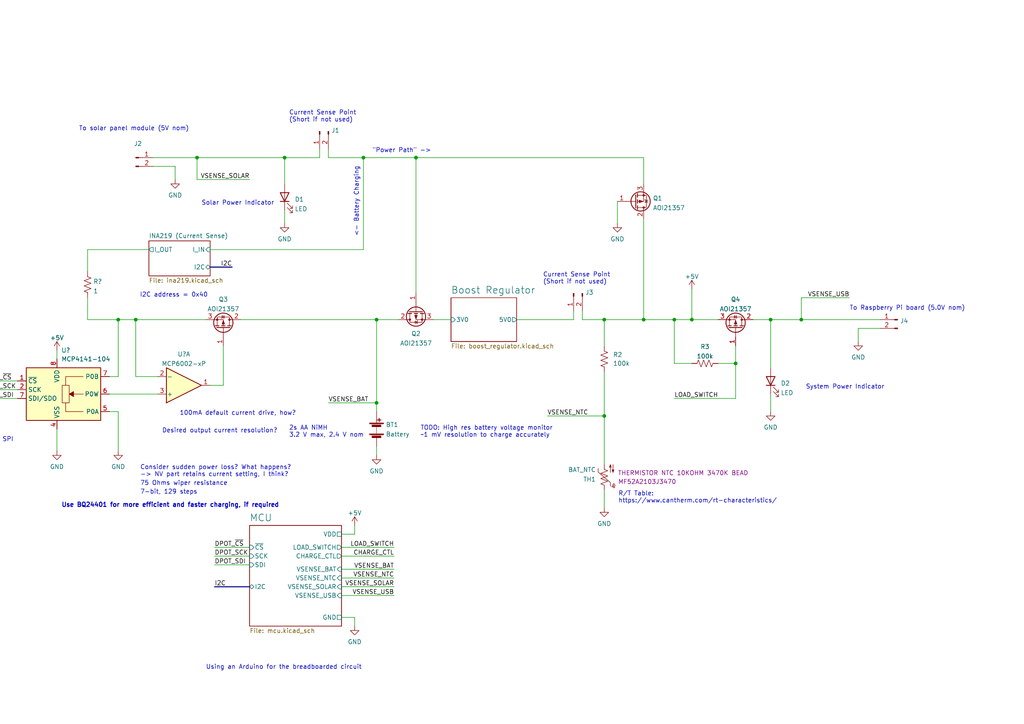
<source format=kicad_sch>
(kicad_sch (version 20211123) (generator eeschema)
  (paper "A4")
  (title_block (title "Solar Charger Breadboard") (date "2022-01-20") (rev "0.0.1") (company "Ribbit"))
  (lib_symbols
    (symbol "Amplifier_Operational:MCP6002-xP" (pin_names (offset 0.127))
      (property "Reference" "U" (at 0 5.08 0))
      (property "Value" "MCP6002-xP" (at 0 -5.08 0))
      (symbol "MCP6002-xP_1_1"
        (polyline (pts (xy -5.08 5.08) (xy 5.08 0) (xy -5.08 -5.08) (xy -5.08 5.08)) (stroke (width 0.254)) (fill (type background)))
        (pin output line (at 7.62 0 180) (length 2.54) (name "~") (number "1"))
        (pin input line (at -7.62 -2.54 0) (length 2.54) (name "-") (number "2"))
        (pin input line (at -7.62 2.54 0) (length 2.54) (name "+") (number "3"))
      )
      (symbol "MCP6002-xP_2_1"
        (polyline (pts (xy -5.08 5.08) (xy 5.08 0) (xy -5.08 -5.08) (xy -5.08 5.08)) (stroke (width 0.254)) (fill (type background)))
        (pin input line (at -7.62 2.54 0) (length 2.54) (name "+") (number "5"))
        (pin input line (at -7.62 -2.54 0) (length 2.54) (name "-") (number "6"))
        (pin output line (at 7.62 0 180) (length 2.54) (name "~") (number "7"))
      )
      (symbol "MCP6002-xP_3_1"
        (pin power_in line (at -2.54 -7.62 90) (length 3.81) (name "V-") (number "4"))
        (pin power_in line (at -2.54 7.62 270) (length 3.81) (name "V+") (number "8"))
      )
    )
    (symbol "Connector:Conn_01x02_Male" (pin_names (offset 1.016) hide)
      (property "Reference" "J" (at 0 2.54 0))
      (property "Value" "Conn_01x02_Male" (at 0 -5.08 0))
      (symbol "Conn_01x02_Male_1_1"
        (polyline (pts (xy 1.27 -2.54) (xy 0.8636 -2.54)) (stroke (width 0.1524)))
        (polyline (pts (xy 1.27 0) (xy 0.8636 0)) (stroke (width 0.1524)))
        (rectangle (start 0.8636 -2.413) (end 0 -2.667) (stroke (width 0.1524)) (fill (type outline)))
        (rectangle (start 0.8636 0.127) (end 0 -0.127) (stroke (width 0.1524)) (fill (type outline)))
        (pin passive line (at 5.08 0 180) (length 3.81) (name "Pin_1") (number "1"))
        (pin passive line (at 5.08 -2.54 180) (length 3.81) (name "Pin_2") (number "2"))
      )
    )
    (symbol "Device:Battery" (pin_numbers hide) (pin_names (offset 0) hide)
      (property "Reference" "BT" (at 2.54 2.54 0))
      (property "Value" "Battery" (at 2.54 0 0))
      (symbol "Battery_0_1"
        (rectangle (start -2.032 -1.397) (end 2.032 -1.651) (fill (type outline)))
        (rectangle (start -2.032 1.778) (end 2.032 1.524) (fill (type outline)))
        (rectangle (start -1.3208 -1.9812) (end 1.27 -2.4892) (fill (type outline)))
        (rectangle (start -1.3208 1.1938) (end 1.27 0.6858) (fill (type outline)))
        (polyline (pts (xy 0 -1.524) (xy 0 -1.27)))
        (polyline (pts (xy 0 -1.016) (xy 0 -0.762)))
        (polyline (pts (xy 0 -0.508) (xy 0 -0.254)))
        (polyline (pts (xy 0 0) (xy 0 0.254)))
        (polyline (pts (xy 0 0.508) (xy 0 0.762)))
        (polyline (pts (xy 0 1.778) (xy 0 2.54)))
        (polyline (pts (xy 0.254 2.667) (xy 1.27 2.667)) (stroke (width 0.254)))
        (polyline (pts (xy 0.762 3.175) (xy 0.762 2.159)) (stroke (width 0.254)))
      )
      (symbol "Battery_1_1"
        (pin passive line (at 0 5.08 270) (length 2.54) (name "+") (number "1"))
        (pin passive line (at 0 -5.08 90) (length 2.54) (name "-") (number "2"))
      )
    )
    (symbol "Device:LED" (pin_numbers hide) (pin_names (offset 1.016) hide)
      (property "Reference" "D" (at 0 2.54 0))
      (property "Value" "LED" (at 0 -2.54 0))
      (symbol "LED_0_1"
        (polyline (pts (xy -1.27 -1.27) (xy -1.27 1.27)) (stroke (width 0.254)))
        (polyline (pts (xy -1.27 0) (xy 1.27 0)))
        (polyline (pts (xy 1.27 -1.27) (xy 1.27 1.27) (xy -1.27 0) (xy 1.27 -1.27)) (stroke (width 0.254)))
        (polyline (pts (xy -3.048 -0.762) (xy -4.572 -2.286) (xy -3.81 -2.286) (xy -4.572 -2.286) (xy -4.572 -1.524)))
        (polyline (pts (xy -1.778 -0.762) (xy -3.302 -2.286) (xy -2.54 -2.286) (xy -3.302 -2.286) (xy -3.302 -1.524)))
      )
      (symbol "LED_1_1"
        (pin passive line (at -3.81 0 0) (length 2.54) (name "K") (number "1"))
        (pin passive line (at 3.81 0 180) (length 2.54) (name "A") (number "2"))
      )
    )
    (symbol "Device:Q_PMOS_GDS" (pin_names (offset 0) hide)
      (property "Reference" "Q" (at 5.08 1.27 0))
      (property "Value" "Q_PMOS_GDS" (at 5.08 -1.27 0))
      (symbol "Q_PMOS_GDS_0_1"
        (polyline (pts (xy 0.254 0) (xy -2.54 0)))
        (polyline (pts (xy 0.254 1.905) (xy 0.254 -1.905)) (stroke (width 0.254)))
        (polyline (pts (xy 0.762 -1.27) (xy 0.762 -2.286)) (stroke (width 0.254)))
        (polyline (pts (xy 0.762 0.508) (xy 0.762 -0.508)) (stroke (width 0.254)))
        (polyline (pts (xy 0.762 2.286) (xy 0.762 1.27)) (stroke (width 0.254)))
        (polyline (pts (xy 2.54 2.54) (xy 2.54 1.778)))
        (polyline (pts (xy 2.54 -2.54) (xy 2.54 0) (xy 0.762 0)))
        (polyline (pts (xy 0.762 1.778) (xy 3.302 1.778) (xy 3.302 -1.778) (xy 0.762 -1.778)))
        (polyline (pts (xy 2.286 0) (xy 1.27 0.381) (xy 1.27 -0.381) (xy 2.286 0)) (fill (type outline)))
        (polyline (pts (xy 2.794 -0.508) (xy 2.921 -0.381) (xy 3.683 -0.381) (xy 3.81 -0.254)))
        (polyline (pts (xy 3.302 -0.381) (xy 2.921 0.254) (xy 3.683 0.254) (xy 3.302 -0.381)))
        (circle (center 1.651 0) (radius 2.794) (stroke (width 0.254)))
        (circle (center 2.54 -1.778) (radius 0.254) (fill (type outline)))
        (circle (center 2.54 1.778) (radius 0.254) (fill (type outline)))
      )
      (symbol "Q_PMOS_GDS_1_1"
        (pin input line (at -5.08 0 0) (length 2.54) (name "G") (number "1"))
        (pin passive line (at 2.54 5.08 270) (length 2.54) (name "D") (number "2"))
        (pin passive line (at 2.54 -5.08 90) (length 2.54) (name "S") (number "3"))
      )
    )
    (symbol "Device:R_US" (pin_numbers hide) (pin_names (offset 0))
      (property "Reference" "R" (at 2.54 0 90))
      (property "Value" "R_US" (at -2.54 0 90))
      (symbol "R_US_0_1"
        (polyline (pts (xy 0 -2.286) (xy 0 -2.54)))
        (polyline (pts (xy 0 2.286) (xy 0 2.54)))
        (polyline (pts (xy 0 -0.762) (xy 1.016 -1.143) (xy 0 -1.524) (xy -1.016 -1.905) (xy 0 -2.286)))
        (polyline (pts (xy 0 0.762) (xy 1.016 0.381) (xy 0 0) (xy -1.016 -0.381) (xy 0 -0.762)))
        (polyline (pts (xy 0 2.286) (xy 1.016 1.905) (xy 0 1.524) (xy -1.016 1.143) (xy 0 0.762)))
      )
      (symbol "R_US_1_1"
        (pin passive line (at 0 3.81 270) (length 1.27) (name "~") (number "1"))
        (pin passive line (at 0 -3.81 90) (length 1.27) (name "~") (number "2"))
      )
    )
    (symbol "Device:Thermistor_NTC_US" (pin_numbers hide) (pin_names (offset 0))
      (property "Reference" "TH" (at -4.445 0 90))
      (property "Value" "Thermistor_NTC_US" (at 3.175 0 90))
      (symbol "Thermistor_NTC_US_0_1"
        (arc (start -3.048 2.159) (mid -3.0505 2.3165) (end -3.175 2.413))
        (arc (start -3.048 2.159) (mid -2.9736 1.9794) (end -2.794 1.905))
        (arc (start -3.048 2.794) (mid -2.9736 2.6144) (end -2.794 2.54))
        (arc (start -2.794 1.905) (mid -2.6144 1.9794) (end -2.54 2.159))
        (arc (start -2.794 2.54) (mid -2.434 2.5608) (end -2.159 2.794))
        (arc (start -2.794 3.048) (mid -2.9736 2.9736) (end -3.048 2.794))
        (arc (start -2.54 2.794) (mid -2.6144 2.9736) (end -2.794 3.048))
        (polyline (pts (xy -2.54 2.159) (xy -2.54 2.794)))
        (polyline (pts (xy 0 -2.286) (xy 0 -2.54)))
        (polyline (pts (xy 0 2.286) (xy 0 2.54)))
        (polyline (pts (xy -1.778 2.54) (xy -1.778 1.524) (xy 1.778 -1.524) (xy 1.778 -2.54)))
        (polyline (pts (xy 0 -0.762) (xy 1.016 -1.143) (xy 0 -1.524) (xy -1.016 -1.905) (xy 0 -2.286)))
        (polyline (pts (xy 0 0.762) (xy 1.016 0.381) (xy 0 0) (xy -1.016 -0.381) (xy 0 -0.762)))
        (polyline (pts (xy 0 2.286) (xy 1.016 1.905) (xy 0 1.524) (xy -1.016 1.143) (xy 0 0.762)))
        (polyline (pts (xy -2.54 -3.683) (xy -2.54 -1.397) (xy -2.794 -2.159) (xy -2.286 -2.159) (xy -2.54 -1.397) (xy -2.54 -1.651)) (fill (type outline)))
        (polyline (pts (xy -1.778 -1.397) (xy -1.778 -3.683) (xy -2.032 -2.921) (xy -1.524 -2.921) (xy -1.778 -3.683) (xy -1.778 -3.429)) (fill (type outline)))
      )
      (symbol "Thermistor_NTC_US_1_1"
        (pin passive line (at 0 3.81 270) (length 1.27) (name "~") (number "1"))
        (pin passive line (at 0 -3.81 90) (length 1.27) (name "~") (number "2"))
      )
    )
    (symbol "MCP4141-104_1"
      (property "Reference" "U" (at 1.27 8.89 0))
      (property "Value" "MCP4141-104_1" (at 7.62 -10.16 0))
      (symbol "MCP4141-104_1_0_1"
        (polyline (pts (xy 0 -2.54) (xy 0 -5.08) (xy 5.08 -5.08)))
        (polyline (pts (xy 0 2.54) (xy 0 5.08) (xy 5.08 5.08)))
        (polyline (pts (xy 5.08 0) (xy 3.81 0) (xy 1.27 0)))
      )
      (symbol "MCP4141-104_1_1_1"
        (rectangle (start -11.43 7.62) (end 10.16 -7.62) (stroke (width 0.254)) (fill (type background)))
        (polyline (pts (xy 2.286 -0.762) (xy 2.286 0.762) (xy 1.016 0) (xy 2.286 -0.762)) (fill (type outline)))
        (rectangle (start 1.016 -2.54) (end -1.016 2.54))
        (pin input line (at -13.97 3.81 0) (length 2.54) (name "~{CS}") (number "1"))
        (pin input line (at -13.97 1.27 0) (length 2.54) (name "SCK") (number "2"))
        (pin power_in line (at -2.54 -10.16 90) (length 2.54) (name "VSS") (number "4"))
        (pin passive line (at 12.7 -5.08 180) (length 2.54) (name "P0A") (number "5"))
        (pin passive line (at 12.7 0 180) (length 2.54) (name "P0W") (number "6"))
        (pin passive line (at 12.7 5.08 180) (length 2.54) (name "P0B") (number "7"))
        (pin bidirectional line (at -13.97 -1.27 0) (length 2.54) (name "SDI/SDO") (number "7"))
        (pin power_in line (at -2.54 10.16 270) (length 2.54) (name "VDD") (number "8"))
      )
    )
    (symbol "power:+5V_HOT" (power) (pin_names (offset 0))
      (property "Value" "+5V_HOT" (at 0 3.556 0))
      (symbol "+5V_HOT_0_1"
        (polyline (pts (xy -0.762 1.27) (xy 0 2.54)))
        (polyline (pts (xy 0 0) (xy 0 2.54)))
        (polyline (pts (xy 0 2.54) (xy 0.762 1.27)))
      )
      (symbol "+5V_HOT_1_1"
        (pin power_in line (at 0 0 90) (length 0) hide (name "+5V") (number "1"))
      )
    )
    (symbol "power:GND" (power) (pin_names (offset 0))
      (property "Value" "GND" (at 0 -3.81 0))
      (symbol "GND_0_1"
        (polyline (pts (xy 0 0) (xy 0 -1.27) (xy 1.27 -1.27) (xy 0 -2.54) (xy -1.27 -1.27) (xy 0 -1.27)))
      )
      (symbol "GND_1_1"
        (pin power_in line (at 0 0 270) (length 0) hide (name "GND") (number "1"))
      )
    )
  )
  (junction (at 232.41 92.71))
  (junction (at 175.26 120.65))
  (junction (at 200.66 92.71))
  (junction (at 34.29 92.71))
  (junction (at 175.26 92.71))
  (junction (at 57.15 45.72))
  (junction (at 82.55 45.72))
  (junction (at 105.41 45.72))
  (junction (at 195.58 92.71))
  (junction (at 186.69 92.71))
  (junction (at 39.37 92.71))
  (junction (at 120.65 45.72))
  (junction (at 213.36 105.41))
  (junction (at 109.22 116.84))
  (junction (at 223.52 92.71))
  (junction (at 109.22 92.71))
  (wire (pts (xy 99.06 161.29) (xy 114.3 161.29)))
  (wire (pts (xy 166.37 92.71) (xy 166.37 90.17)))
  (wire (pts (xy 223.52 92.71) (xy 223.52 106.68)))
  (wire (pts (xy 34.29 109.22) (xy 34.29 92.71)))
  (wire (pts (xy 109.22 129.54) (xy 109.22 132.08)))
  (wire (pts (xy 232.41 92.71) (xy 255.27 92.71)))
  (wire (pts (xy 213.36 105.41) (xy 213.36 115.57)))
  (wire (pts (xy 62.23 163.83) (xy 72.39 163.83)))
  (wire (pts (xy 125.73 92.71) (xy 130.81 92.71)))
  (wire (pts (xy 44.45 45.72) (xy 57.15 45.72)))
  (wire (pts (xy 31.75 109.22) (xy 34.29 109.22)))
  (wire (pts (xy 120.65 45.72) (xy 120.65 85.09)))
  (wire (pts (xy 186.69 45.72) (xy 186.69 53.34)))
  (wire (pts (xy 82.55 45.72) (xy 82.55 53.34)))
  (wire (pts (xy 25.4 86.36) (xy 25.4 92.71)))
  (wire (pts (xy 62.23 161.29) (xy 72.39 161.29)))
  (wire (pts (xy 175.26 142.24) (xy 175.26 147.32)))
  (wire (pts (xy 223.52 114.3) (xy 223.52 119.38)))
  (wire (pts (xy 25.4 72.39) (xy 25.4 78.74)))
  (wire (pts (xy 195.58 92.71) (xy 200.66 92.71)))
  (wire (pts (xy 64.77 100.33) (xy 64.77 111.76)))
  (wire (pts (xy 60.96 111.76) (xy 64.77 111.76)))
  (wire (pts (xy 69.85 92.71) (xy 109.22 92.71)))
  (wire (pts (xy 60.96 72.39) (xy 105.41 72.39)))
  (wire (pts (xy -5.08 113.03) (xy 5.08 113.03)))
  (wire (pts (xy 175.26 120.65) (xy 175.26 134.62)))
  (wire (pts (xy 218.44 92.71) (xy 223.52 92.71)))
  (wire (pts (xy 175.26 92.71) (xy 175.26 100.33)))
  (wire (pts (xy 44.45 48.26) (xy 50.8 48.26)))
  (wire (pts (xy 31.75 119.38) (xy 34.29 119.38)))
  (wire (pts (xy 175.26 92.71) (xy 186.69 92.71)))
  (wire (pts (xy 82.55 60.96) (xy 82.55 64.77)))
  (wire (pts (xy 232.41 86.36) (xy 232.41 92.71)))
  (wire (pts (xy 255.27 95.25) (xy 248.92 95.25)))
  (wire (pts (xy 200.66 92.71) (xy 208.28 92.71)))
  (bus (pts (xy 72.39 170.18) (xy 62.23 170.18)))
  (wire (pts (xy 95.25 45.72) (xy 105.41 45.72)))
  (wire (pts (xy 200.66 83.82) (xy 200.66 92.71)))
  (wire (pts (xy 92.71 43.18) (xy 92.71 45.72)))
  (wire (pts (xy 99.06 172.72) (xy 114.3 172.72)))
  (wire (pts (xy 45.72 109.22) (xy 39.37 109.22)))
  (wire (pts (xy 50.8 48.26) (xy 50.8 52.07)))
  (wire (pts (xy 248.92 95.25) (xy 248.92 99.06)))
  (wire (pts (xy 105.41 45.72) (xy 120.65 45.72)))
  (wire (pts (xy 109.22 92.71) (xy 109.22 116.84)))
  (wire (pts (xy 31.75 114.3) (xy 45.72 114.3)))
  (wire (pts (xy 57.15 45.72) (xy 82.55 45.72)))
  (wire (pts (xy 168.91 90.17) (xy 168.91 92.71)))
  (wire (pts (xy 16.51 124.46) (xy 16.51 130.81)))
  (wire (pts (xy 99.06 158.75) (xy 114.3 158.75)))
  (wire (pts (xy 213.36 105.41) (xy 208.28 105.41)))
  (wire (pts (xy 195.58 92.71) (xy 195.58 105.41)))
  (wire (pts (xy 232.41 86.36) (xy 246.38 86.36)))
  (wire (pts (xy 99.06 154.94) (xy 102.87 154.94)))
  (wire (pts (xy 158.75 120.65) (xy 175.26 120.65)))
  (wire (pts (xy 105.41 45.72) (xy 105.41 72.39)))
  (wire (pts (xy 34.29 119.38) (xy 34.29 130.81)))
  (wire (pts (xy 99.06 167.64) (xy 114.3 167.64)))
  (wire (pts (xy 102.87 154.94) (xy 102.87 152.4)))
  (wire (pts (xy 57.15 45.72) (xy 57.15 52.07)))
  (wire (pts (xy 62.23 158.75) (xy 72.39 158.75)))
  (wire (pts (xy -5.08 115.57) (xy 5.08 115.57)))
  (wire (pts (xy -5.08 110.49) (xy 5.08 110.49)))
  (wire (pts (xy 213.36 100.33) (xy 213.36 105.41)))
  (wire (pts (xy 223.52 92.71) (xy 232.41 92.71)))
  (wire (pts (xy 99.06 165.1) (xy 114.3 165.1)))
  (wire (pts (xy 109.22 92.71) (xy 115.57 92.71)))
  (wire (pts (xy 57.15 52.07) (xy 72.39 52.07)))
  (wire (pts (xy 179.07 58.42) (xy 179.07 64.77)))
  (wire (pts (xy 99.06 170.18) (xy 114.3 170.18)))
  (wire (pts (xy 149.86 92.71) (xy 166.37 92.71)))
  (wire (pts (xy 168.91 92.71) (xy 175.26 92.71)))
  (wire (pts (xy 34.29 92.71) (xy 39.37 92.71)))
  (wire (pts (xy 120.65 45.72) (xy 186.69 45.72)))
  (wire (pts (xy 39.37 92.71) (xy 39.37 109.22)))
  (wire (pts (xy 186.69 63.5) (xy 186.69 92.71)))
  (wire (pts (xy 16.51 101.6) (xy 16.51 104.14)))
  (wire (pts (xy 99.06 179.07) (xy 102.87 179.07)))
  (wire (pts (xy 25.4 92.71) (xy 34.29 92.71)))
  (wire (pts (xy 82.55 45.72) (xy 92.71 45.72)))
  (wire (pts (xy 186.69 92.71) (xy 195.58 92.71)))
  (bus (pts (xy 67.31 77.47) (xy 60.96 77.47)))
  (wire (pts (xy 175.26 107.95) (xy 175.26 120.65)))
  (wire (pts (xy 195.58 115.57) (xy 213.36 115.57)))
  (wire (pts (xy 43.18 72.39) (xy 25.4 72.39)))
  (wire (pts (xy 95.25 43.18) (xy 95.25 45.72)))
  (wire (pts (xy 39.37 92.71) (xy 59.69 92.71)))
  (wire (pts (xy 200.66 105.41) (xy 195.58 105.41)))
  (wire (pts (xy 109.22 116.84) (xy 109.22 119.38)))
  (wire (pts (xy 102.87 179.07) (xy 102.87 181.61)))
  (wire (pts (xy 95.25 116.84) (xy 109.22 116.84)))
  (text "<- Battery Charging" (at 104.14 48.26 270) (effects (font (size 1.27 1.27)) (justify right bottom)))
  (text "Consider sudden power loss? What happens?\n-> NV part retains current setting, I think?" (at 40.64 138.43 0) (effects (font (size 1.27 1.27)) (justify left bottom)))
  (text "To solar panel module (5V nom)" (at 22.86 38.1 0) (effects (font (size 1.27 1.27)) (justify left bottom)))
  (text "Solar Power Indicator" (at 58.42 59.69 0) (effects (font (size 1.27 1.27)) (justify left bottom)))
  (text "Desired output current resolution?" (at 46.99 125.73 0) (effects (font (size 1.27 1.27)) (justify left bottom)))
  (text "75 Ohms wiper resistance" (at 40.64 140.97 0) (effects (font (size 1.27 1.27)) (justify left bottom)))
  (text "R/T Table:\nhttps://www.cantherm.com/rt-characteristics/" (at 179.324 146.05 0) (effects (font (size 1.27 1.27)) (justify left bottom)))
  (text "2s AA NiMH\n3.2 V max, 2.4 V nom" (at 83.82 127 0) (effects (font (size 1.27 1.27)) (justify left bottom)))
  (text "TODO: High res battery voltage monitor\n~1 mV resolution to charge accurately" (at 121.92 127 0) (effects (font (size 1.27 1.27)) (justify left bottom)))
  (text "Current Sense Point\n(Short if not used)" (at 83.82 35.56 0) (effects (font (size 1.27 1.27)) (justify left bottom)))
  (text "\"Power Path\" ->" (at 107.95 44.45 0) (effects (font (size 1.27 1.27)) (justify left bottom)))
  (text "7-bit, 129 steps" (at 40.64 143.51 0) (effects (font (size 1.27 1.27)) (justify left bottom)))
  (text "Use BQ24401 for more efficient and faster charging, if required" (at 17.78 147.32 0) (effects (font (size 1.27 1.27) (thickness 0.254) bold) (justify left bottom)))
  (text "Using an Arduino for the breadboarded circuit" (at 59.69 194.31 0) (effects (font (size 1.27 1.27)) (justify left bottom)))
  (text "System Power Indicator" (at 233.68 113.03 0) (effects (font (size 1.27 1.27)) (justify left bottom)))
  (text "100mA default current drive, how?" (at 52.07 120.65 0) (effects (font (size 1.27 1.27)) (justify left bottom)))
  (text "I_{out} ~= 5 (1 - x / (2^{8} + 1)) / 1.1\n\nwhere x is the value sent to the digipot over SPI" (at -44.45 128.27 0) (effects (font (size 1.27 1.27)) (justify left bottom)))
  (text "Current Sense Point\n(Short if not used)" (at 157.48 82.55 0) (effects (font (size 1.27 1.27)) (justify left bottom)))
  (text "I2C address = 0x40" (at 60.325 86.36 180) (effects (font (size 1.27 1.27)) (justify right bottom)))
  (text "To Raspberry Pi board (5.0V nom)" (at 246.38 90.17 0) (effects (font (size 1.27 1.27)) (justify left bottom)))
  (label "DPOT_~{CS}" (at 62.23 158.75 0))
  (label "LOAD_SWITCH" (at 114.3 158.75 180))
  (label "CHARGE_CTL" (at 114.3 161.29 180))
  (label "DPOT_SDI" (at 62.23 163.83 0))
  (label "LOAD_SWITCH" (at 195.58 115.57 0))
  (label "I2C" (at 67.31 77.47 180))
  (label "VSENSE_SOLAR" (at 72.39 52.07 180))
  (label "DPOT_~{CS}" (at -5.08 110.49 0))
  (label "VSENSE_NTC" (at 158.75 120.65 0))
  (label "VSENSE_NTC" (at 114.3 167.64 180))
  (label "VSENSE_SOLAR" (at 114.3 170.18 180))
  (label "VSENSE_BAT" (at 114.3 165.1 180))
  (label "DPOT_SDI" (at -5.08 115.57 0))
  (label "VSENSE_BAT" (at 95.25 116.84 0))
  (label "VSENSE_USB" (at 114.3 172.72 180))
  (label "DPOT_SCK" (at 62.23 161.29 0))
  (label "I2C" (at 62.23 170.18 0))
  (label "VSENSE_USB" (at 246.38 86.36 180))
  (label "DPOT_SCK" (at -5.08 113.03 0))
  (symbol (lib_id "Device:Q_PMOS_GDS") (at 64.77 95.25 270) (mirror x) (unit 1)
    (property "Reference" "Q3" (at 64.77 86.8385 90))
    (property "Value" "AOI21357" (at 64.77 89.6136 90))
  )
  (symbol (lib_id "power:GND") (at 179.07 64.77 0) (unit 1)
    (property "Reference" "#PWR03" (effects hide))
    (property "Value" "GND" (at 179.07 69.3325 0))
  )
  (symbol (lib_id "Device:Battery") (at 109.22 124.46 0) (unit 1)
    (property "Reference" "BT1" (at 111.887 123.1705 0) (effects (justify left)))
    (property "Value" "Battery" (at 111.887 125.9456 0) (effects (justify left)))
  )
  (symbol (lib_id "Device:R_US") (at 175.26 104.14 0) (unit 1)
    (property "Reference" "R2" (at 177.8 102.8699 0) (effects (justify left)))
    (property "Value" "100k" (at 177.8 105.4099 0) (effects (justify left)))
  )
  (symbol (lib_id "power:+5V_HOT") (at 200.66 83.82 0) (unit 1)
    (property "Reference" "#PWR?" (effects hide))
    (property "Value" "+5V_HOT" (at 200.66 80.2155 0))
  )
  (symbol (lib_id "Device:Q_PMOS_GDS") (at 213.36 95.25 270) (mirror x) (unit 1)
    (property "Reference" "Q4" (at 213.36 86.8385 90))
    (property "Value" "AOI21357" (at 213.36 89.6136 90))
  )
  (symbol (lib_id "Connector:Conn_01x02_Male") (at 39.37 45.72 0) (unit 1)
    (property "Reference" "J2" (at 40.005 41.6773 0))
    (property "Value" "Conn_01x02_Male" (effects hide))
  )
  (symbol (lib_id "Device:LED") (at 223.52 110.49 90) (unit 1)
    (property "Reference" "D2" (at 226.441 111.169 90) (effects (justify right)))
    (property "Value" "LED" (at 226.441 113.9441 90) (effects (justify right)))
  )
  (symbol (lib_id "power:GND") (at 82.55 64.77 0) (unit 1)
    (property "Reference" "#PWR02" (effects hide))
    (property "Value" "GND" (at 82.55 69.3325 0))
  )
  (symbol (lib_id "Device:R_US") (at 204.47 105.41 90) (unit 1)
    (property "Reference" "R3" (at 204.47 100.5545 90))
    (property "Value" "100k" (at 204.47 103.3296 90))
  )
  (symbol (lib_id "power:GND") (at 34.29 130.81 0) (unit 1)
    (property "Reference" "#PWR?" (effects hide))
    (property "Value" "GND" (at 34.29 135.3725 0))
  )
  (symbol (lib_id "power:GND") (at 109.22 132.08 0) (unit 1)
    (property "Reference" "#PWR06" (effects hide))
    (property "Value" "GND" (at 109.22 136.6425 0))
  )
  (symbol (lib_id "Device:R_US") (at 25.4 82.55 0) (unit 1)
    (property "Reference" "R?" (at 27.051 81.6415 0) (effects (justify left)))
    (property "Value" "1" (at 27.051 84.4166 0) (effects (justify left)))
  )
  (symbol (lib_id "Device:Q_PMOS_GDS") (at 184.15 58.42 0) (mirror x) (unit 1)
    (property "Reference" "Q1" (at 189.357 57.5115 0) (effects (justify left)))
    (property "Value" "AOI21357" (at 189.357 60.2866 0) (effects (justify left)))
  )
  (symbol (lib_id "Device:LED") (at 82.55 57.15 90) (unit 1)
    (property "Reference" "D1" (at 85.471 57.829 90) (effects (justify right)))
    (property "Value" "LED" (at 85.471 60.6041 90) (effects (justify right)))
  )
  (symbol (lib_id "power:GND") (at 175.26 147.32 0) (unit 1)
    (property "Reference" "#PWR07" (effects hide))
    (property "Value" "GND" (at 175.26 151.8825 0))
  )
  (symbol (lib_id "power:GND") (at 16.51 130.81 0) (unit 1)
    (property "Reference" "#PWR?" (effects hide))
    (property "Value" "GND" (at 16.51 135.3725 0))
  )
  (symbol (lib_id "power:GND") (at 102.87 181.61 0) (unit 1)
    (property "Reference" "#PWR?" (effects hide))
    (property "Value" "GND" (at 102.87 186.1725 0))
  )
  (symbol (lib_id "power:+5V_HOT") (at 16.51 101.6 0) (unit 1)
    (property "Reference" "#PWR?" (effects hide))
    (property "Value" "+5V_HOT" (at 16.51 97.9955 0))
  )
  (symbol (lib_name "MCP4141-104_1") (lib_id "Potentiometer_Digital:MCP4141-104") (at 19.05 114.3 0) (unit 1)
    (property "Reference" "U?" (at 17.78 101.6 0) (effects (justify left)))
    (property "Value" "MCP4141-104" (at 17.78 104.14 0) (effects (justify left)))
    (property "Footprint" "Package_DIP:DIP-8_W7.62mm" (effects hide))
    (property "Datasheet" "https://ww1.microchip.com/downloads/en/DeviceDoc/22060b.pdf" (effects hide))
  )
  (symbol (lib_id "power:GND") (at 223.52 119.38 0) (unit 1)
    (property "Reference" "#PWR05" (effects hide))
    (property "Value" "GND" (at 223.52 123.9425 0))
  )
  (symbol (lib_id "Amplifier_Operational:MCP6002-xP") (at 53.34 111.76 0) (mirror x) (unit 1)
    (property "Reference" "U?" (at 53.34 102.7135 0))
    (property "Value" "MCP6002-xP" (at 53.34 105.4886 0))
    (property "Datasheet" "http://ww1.microchip.com/downloads/en/DeviceDoc/21733j.pdf" (effects hide))
  )
  (symbol (lib_id "Connector:Conn_01x02_Male") (at 92.71 38.1 90) (mirror x) (unit 1)
    (property "Reference" "J1" (at 96.0882 37.8265 90) (effects (justify right)))
    (property "Value" "ISENSE_SOLAR" (effects hide))
  )
  (symbol (lib_id "Device:Q_PMOS_GDS") (at 120.65 90.17 90) (mirror x) (unit 1)
    (property "Reference" "Q2" (at 120.65 96.7645 90))
    (property "Value" "AOI21357" (at 120.65 99.5396 90))
  )
  (symbol (lib_id "Device:Thermistor_NTC_US") (at 175.26 138.43 180) (unit 1)
    (property "Reference" "TH1" (at 172.847 139.021 0) (effects (justify left)))
    (property "Value" "BAT_NTC" (at 172.847 136.2459 0) (effects (justify left)))
    (property "MPN" "MF52A2103J3470" (at 187.706 139.7 0))
    (property "Description" "THERMISTOR NTC 10KOHM 3470K BEAD" (at 198.12 137.16 0))
  )
  (symbol (lib_id "power:+5V_HOT") (at 102.87 152.4 0) (unit 1)
    (property "Reference" "#PWR?" (effects hide))
    (property "Value" "+5V_HOT" (at 102.87 148.7955 0))
  )
  (symbol (lib_id "Connector:Conn_01x02_Male") (at 260.35 92.71 0) (mirror y) (unit 1)
    (property "Reference" "J4" (at 261.0612 93.0715 0) (effects (justify right)))
    (property "Value" "Conn_01x02_Male" (effects hide))
  )
  (symbol (lib_id "Connector:Conn_01x02_Male") (at 166.37 85.09 90) (mirror x) (unit 1)
    (property "Reference" "J3" (at 169.7482 84.8165 90) (effects (justify right)))
    (property "Value" "ISENSE_DISCHARGE" (effects hide))
  )
  (symbol (lib_id "power:GND") (at 50.8 52.07 0) (unit 1)
    (property "Reference" "#PWR01" (effects hide))
    (property "Value" "GND" (at 50.8 56.6325 0))
  )
  (symbol (lib_id "power:GND") (at 248.92 99.06 0) (mirror y) (unit 1)
    (property "Reference" "#PWR04" (effects hide))
    (property "Value" "GND" (at 248.92 103.6225 0))
  )
  (sheet (at 130.81 86.36) (size 19.05 12.7) (stroke (width 0.1524))
    (property "Sheet name" "Boost Regulator" (at 130.81 85.2834 0) (effects (font (size 2 2)) (justify left bottom)))
    (property "Sheet file" "boost_regulator.kicad_sch" (at 130.81 99.6446 0) (effects (justify left top)))
    (pin "3V0" input (at 130.81 92.71 180))
    (pin "5V0" output (at 149.86 92.71 0))
  )
  (sheet (at 72.39 152.4) (size 26.67 29.21) (stroke (width 0.1524))
    (property "Sheet name" "MCU" (at 72.39 151.3234 0) (effects (font (size 2 2)) (justify left bottom)))
    (property "Sheet file" "mcu.kicad_sch" (at 72.39 182.1946 0) (effects (justify left top)))
    (pin "VSENSE_USB" input (at 99.06 172.72 0))
    (pin "VSENSE_SOLAR" input (at 99.06 170.18 0))
    (pin "VSENSE_BAT" input (at 99.06 165.1 0))
    (pin "LOAD_SWITCH" output (at 99.06 158.75 0))
    (pin "CHARGE_CTL" output (at 99.06 161.29 0))
    (pin "I2C" bidirectional (at 72.39 170.18 180))
    (pin "VSENSE_NTC" input (at 99.06 167.64 0))
    (pin "VDD" passive (at 99.06 154.94 0))
    (pin "~{CS}" input (at 72.39 158.75 180))
    (pin "SCK" input (at 72.39 161.29 180))
    (pin "SDI" input (at 72.39 163.83 180))
    (pin "GND" passive (at 99.06 179.07 0))
  )
  (sheet (at 43.18 69.85) (size 17.78 10.16) (stroke (width 0.1524))
    (property "Sheet name" "INA219 (Current Sense)" (at 43.18 69.1384 0) (effects (justify left bottom)))
    (property "Sheet file" "ina219.kicad_sch" (at 43.18 80.5946 0) (effects (justify left top)))
    (pin "I_OUT" output (at 43.18 72.39 180))
    (pin "I_IN" input (at 60.96 72.39 0))
    (pin "I2C" bidirectional (at 60.96 77.47 0))
  )
)
</source>
